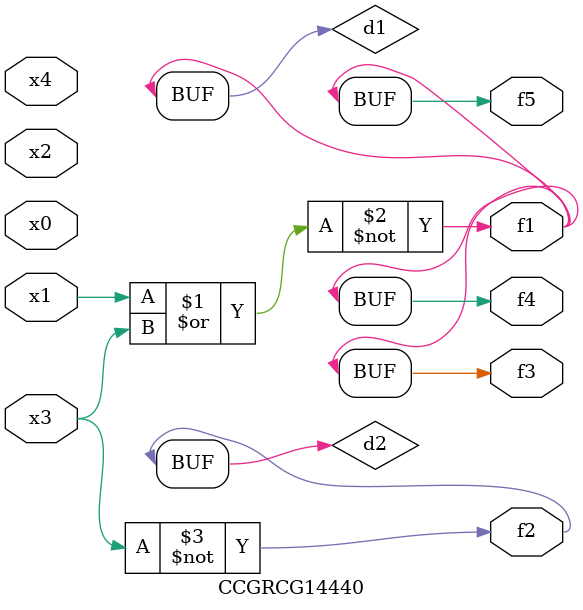
<source format=v>
module CCGRCG14440(
	input x0, x1, x2, x3, x4,
	output f1, f2, f3, f4, f5
);

	wire d1, d2;

	nor (d1, x1, x3);
	not (d2, x3);
	assign f1 = d1;
	assign f2 = d2;
	assign f3 = d1;
	assign f4 = d1;
	assign f5 = d1;
endmodule

</source>
